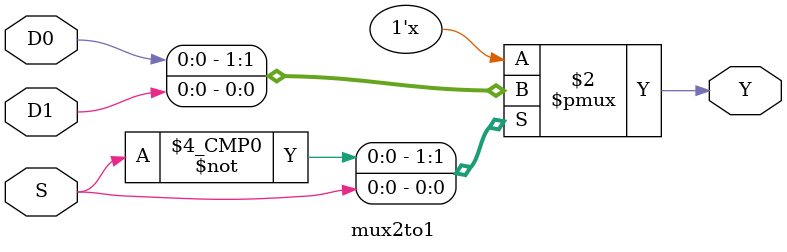
<source format=v>
module mux2to1(
input D0,
input D1,
input S,
output reg Y);
always @(D0,D1,S)
	case(S)
	1'b0:Y=D0;
	1'b1:Y=D1;
	endcase
endmodule

</source>
